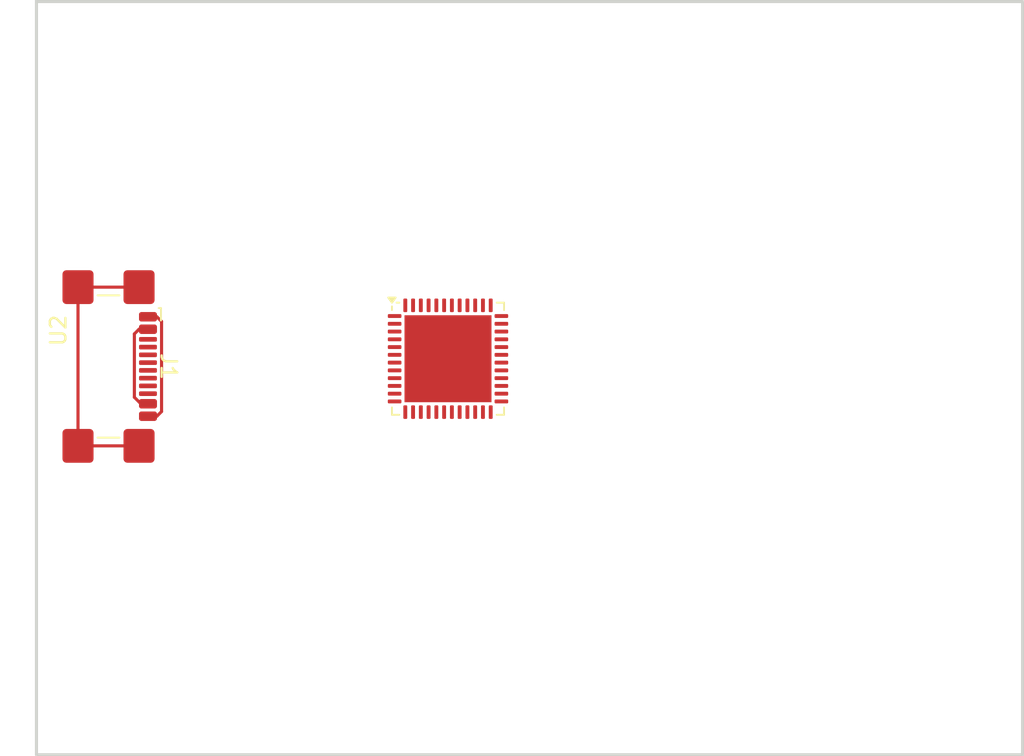
<source format=kicad_pcb>
(kicad_pcb (version 20240108) (generator "pcbnew") (generator_version "8.0")
  (layers (0 "F.Cu" signal) (31 "B.Cu" signal) (34 "B.Paste" user) (35 "F.Paste" user) (36 "B.SilkS" user "B.Silkscreen") (37 "F.SilkS" user "F.Silkscreen") (38 "B.Mask" user) (39 "F.Mask" user) (44 "Edge.Cuts" user))
  (net 0 "")
  (net 1 "unconnected-(J1-SHIELD-PadS1)")
  (net 2 "Net-(J1-VBUS-PadA4)")
  (net 6 "Net-(J1-GND-PadA1)")
  (footprint "Connector_USB:USB_C_Receptacle_GCT_USB4110" (layer "F.Cu") (at 124.5 100.5 -90)
    (property "Reference" "J1" (at 0 -5.015 -90) (layer "F.SilkS"))
    (property "Value" "USB_C_Receptacle_USB2.0_16P")
    (fp_line (start -4.58 -0.435) (end -4.58 -1.845) (stroke (width 0.12)) (layer "F.SilkS"))
    (fp_line (start 4.58 -0.435) (end 4.58 -1.845) (stroke (width 0.12)) (layer "F.SilkS"))
    (fp_line (start -3.76 -4.515) (end -3.76 -4.365) (stroke (width 0.12)) (layer "F.SilkS"))
    (fp_line (start -2.96 -4.515) (end -3.76 -4.515) (stroke (width 0.12)) (layer "F.SilkS"))
    (pad "" np_thru_hole circle (at -2.89 -2.605 270) (size 0.65 0.65) (drill 0.65) (layers "F&B.Cu" "*.Mask"))
    (pad "" np_thru_hole circle (at 2.89 -2.605 270) (size 0.65 0.65) (drill 0.65) (layers "F&B.Cu" "*.Mask"))
    (pad "A1" smd roundrect (at -3.2 -3.68 270) (size 0.6 1.15) (layers "F.Cu" "F.Paste" "F.Mask") (net 6 "Net-(J1-GND-PadA1)"))
    (pad "A4" smd roundrect (at -2.4 -3.68 270) (size 0.6 1.15) (layers "F.Cu" "F.Paste" "F.Mask") (net 2 "Net-(J1-VBUS-PadA4)"))
    (pad "A5" smd roundrect (at -1.25 -3.68 270) (size 0.3 1.15) (layers "F.Cu" "F.Paste" "F.Mask"))
    (pad "A6" smd roundrect (at -0.25 -3.68 270) (size 0.3 1.15) (layers "F.Cu" "F.Paste" "F.Mask"))
    (pad "A7" smd roundrect (at 0.25 -3.68 270) (size 0.3 1.15) (layers "F.Cu" "F.Paste" "F.Mask"))
    (pad "A8" smd roundrect (at 1.25 -3.68 270) (size 0.3 1.15) (layers "F.Cu" "F.Paste" "F.Mask"))
    (pad "A9" smd roundrect (at 2.4 -3.68 270) (size 0.6 1.15) (layers "F.Cu" "F.Paste" "F.Mask") (net 2 "Net-(J1-VBUS-PadA4)"))
    (pad "A12" smd roundrect (at 3.2 -3.68 270) (size 0.6 1.15) (layers "F.Cu" "F.Paste" "F.Mask") (net 6 "Net-(J1-GND-PadA1)"))
    (pad "B1" smd roundrect (at 3.2 -3.68 270) (size 0.6 1.15) (layers "F.Cu" "F.Paste" "F.Mask") (net 6 "Net-(J1-GND-PadA1)"))
    (pad "B4" smd roundrect (at 2.4 -3.68 270) (size 0.6 1.15) (layers "F.Cu" "F.Paste" "F.Mask") (net 2 "Net-(J1-VBUS-PadA4)"))
    (pad "B5" smd roundrect (at 1.75 -3.68 270) (size 0.3 1.15) (layers "F.Cu" "F.Paste" "F.Mask"))
    (pad "B6" smd roundrect (at 0.75 -3.68 270) (size 0.3 1.15) (layers "F.Cu" "F.Paste" "F.Mask"))
    (pad "B7" smd roundrect (at -0.75 -3.68 270) (size 0.3 1.15) (layers "F.Cu" "F.Paste" "F.Mask"))
    (pad "B8" smd roundrect (at -1.75 -3.68 270) (size 0.3 1.15) (layers "F.Cu" "F.Paste" "F.Mask"))
    (pad "B9" smd roundrect (at -2.4 -3.68 270) (size 0.6 1.15) (layers "F.Cu" "F.Paste" "F.Mask") (net 2 "Net-(J1-VBUS-PadA4)"))
    (pad "B12" smd roundrect (at -3.2 -3.68 270) (size 0.6 1.15) (layers "F.Cu" "F.Paste" "F.Mask") (net 6 "Net-(J1-GND-PadA1)"))
    (pad "S1" smd roundrect (at -5.11 -3.105 270) (size 2.18 2) (layers "F.Cu" "F.Paste" "F.Mask") (roundrect_rratio 0.125) (net 1 "unconnected-(J1-SHIELD-PadS1)"))
    (pad "S1" smd roundrect (at -5.11 0.825 270) (size 2.18 2) (layers "F.Cu" "F.Paste" "F.Mask") (roundrect_rratio 0.125) (net 1 "unconnected-(J1-SHIELD-PadS1)"))
    (pad "S1" smd roundrect (at 5.11 -3.105 270) (size 2.18 2) (layers "F.Cu" "F.Paste" "F.Mask") (roundrect_rratio 0.125) (net 1 "unconnected-(J1-SHIELD-PadS1)"))
    (pad "S1" smd roundrect (at 5.11 0.825 270) (size 2.18 2) (layers "F.Cu" "F.Paste" "F.Mask") (roundrect_rratio 0.125) (net 1 "unconnected-(J1-SHIELD-PadS1)"))
  )
  (footprint "Package_DFN_QFN:QFN-48-1EP_7x7mm_P0.5mm_EP5.6x5.6mm" (layer "F.Cu") (at 147.5 100)
    (property "Reference" "U2" (at -25.0925 -1.82 -90) (layer "F.SilkS"))
    (property "Value" "STM32G473CEUx")
    (fp_line (start -3.61 -3.135) (end -3.61 -3.37) (stroke (width 0.12)) (layer "F.SilkS"))
    (fp_line (start -3.61 3.61) (end -3.61 3.135) (stroke (width 0.12)) (layer "F.SilkS"))
    (fp_line (start -3.135 -3.61) (end -3.31 -3.61) (stroke (width 0.12)) (layer "F.SilkS"))
    (fp_line (start -3.135 3.61) (end -3.61 3.61) (stroke (width 0.12)) (layer "F.SilkS"))
    (fp_line (start 3.135 -3.61) (end 3.61 -3.61) (stroke (width 0.12)) (layer "F.SilkS"))
    (fp_line (start 3.135 3.61) (end 3.61 3.61) (stroke (width 0.12)) (layer "F.SilkS"))
    (fp_line (start 3.61 -3.61) (end 3.61 -3.135) (stroke (width 0.12)) (layer "F.SilkS"))
    (fp_line (start 3.61 3.61) (end 3.61 3.135) (stroke (width 0.12)) (layer "F.SilkS"))
    (fp_poly (pts (xy -3.61 -3.61) (xy -3.85 -3.94) (xy -3.37 -3.94) (xy -3.61 -3.61)) (stroke (width 0.12)) (fill solid) (layer "F.SilkS"))
    (pad "1" smd roundrect (at -3.4375 -2.75) (size 0.875 0.25) (layers "F.Cu" "F.Paste" "F.Mask"))
    (pad "2" smd roundrect (at -3.4375 -2.25) (size 0.875 0.25) (layers "F.Cu" "F.Paste" "F.Mask"))
    (pad "3" smd roundrect (at -3.4375 -1.75) (size 0.875 0.25) (layers "F.Cu" "F.Paste" "F.Mask"))
    (pad "4" smd roundrect (at -3.4375 -1.25) (size 0.875 0.25) (layers "F.Cu" "F.Paste" "F.Mask"))
    (pad "5" smd roundrect (at -3.4375 -0.75) (size 0.875 0.25) (layers "F.Cu" "F.Paste" "F.Mask"))
    (pad "6" smd roundrect (at -3.4375 -0.25) (size 0.875 0.25) (layers "F.Cu" "F.Paste" "F.Mask"))
    (pad "7" smd roundrect (at -3.4375 0.25) (size 0.875 0.25) (layers "F.Cu" "F.Paste" "F.Mask"))
    (pad "8" smd roundrect (at -3.4375 0.75) (size 0.875 0.25) (layers "F.Cu" "F.Paste" "F.Mask"))
    (pad "9" smd roundrect (at -3.4375 1.25) (size 0.875 0.25) (layers "F.Cu" "F.Paste" "F.Mask"))
    (pad "10" smd roundrect (at -3.4375 1.75) (size 0.875 0.25) (layers "F.Cu" "F.Paste" "F.Mask"))
    (pad "11" smd roundrect (at -3.4375 2.25) (size 0.875 0.25) (layers "F.Cu" "F.Paste" "F.Mask"))
    (pad "12" smd roundrect (at -3.4375 2.75) (size 0.875 0.25) (layers "F.Cu" "F.Paste" "F.Mask"))
    (pad "13" smd roundrect (at -2.75 3.4375) (size 0.25 0.875) (layers "F.Cu" "F.Paste" "F.Mask"))
    (pad "14" smd roundrect (at -2.25 3.4375) (size 0.25 0.875) (layers "F.Cu" "F.Paste" "F.Mask"))
    (pad "15" smd roundrect (at -1.75 3.4375) (size 0.25 0.875) (layers "F.Cu" "F.Paste" "F.Mask"))
    (pad "16" smd roundrect (at -1.25 3.4375) (size 0.25 0.875) (layers "F.Cu" "F.Paste" "F.Mask"))
    (pad "17" smd roundrect (at -0.75 3.4375) (size 0.25 0.875) (layers "F.Cu" "F.Paste" "F.Mask"))
    (pad "18" smd roundrect (at -0.25 3.4375) (size 0.25 0.875) (layers "F.Cu" "F.Paste" "F.Mask"))
    (pad "19" smd roundrect (at 0.25 3.4375) (size 0.25 0.875) (layers "F.Cu" "F.Paste" "F.Mask"))
    (pad "20" smd roundrect (at 0.75 3.4375) (size 0.25 0.875) (layers "F.Cu" "F.Paste" "F.Mask"))
    (pad "21" smd roundrect (at 1.25 3.4375) (size 0.25 0.875) (layers "F.Cu" "F.Paste" "F.Mask"))
    (pad "22" smd roundrect (at 1.75 3.4375) (size 0.25 0.875) (layers "F.Cu" "F.Paste" "F.Mask"))
    (pad "23" smd roundrect (at 2.25 3.4375) (size 0.25 0.875) (layers "F.Cu" "F.Paste" "F.Mask"))
    (pad "24" smd roundrect (at 2.75 3.4375) (size 0.25 0.875) (layers "F.Cu" "F.Paste" "F.Mask"))
    (pad "25" smd roundrect (at 3.4375 2.75) (size 0.875 0.25) (layers "F.Cu" "F.Paste" "F.Mask"))
    (pad "26" smd roundrect (at 3.4375 2.25) (size 0.875 0.25) (layers "F.Cu" "F.Paste" "F.Mask"))
    (pad "27" smd roundrect (at 3.4375 1.75) (size 0.875 0.25) (layers "F.Cu" "F.Paste" "F.Mask"))
    (pad "28" smd roundrect (at 3.4375 1.25) (size 0.875 0.25) (layers "F.Cu" "F.Paste" "F.Mask"))
    (pad "29" smd roundrect (at 3.4375 0.75) (size 0.875 0.25) (layers "F.Cu" "F.Paste" "F.Mask"))
    (pad "30" smd roundrect (at 3.4375 0.25) (size 0.875 0.25) (layers "F.Cu" "F.Paste" "F.Mask"))
    (pad "31" smd roundrect (at 3.4375 -0.25) (size 0.875 0.25) (layers "F.Cu" "F.Paste" "F.Mask"))
    (pad "32" smd roundrect (at 3.4375 -0.75) (size 0.875 0.25) (layers "F.Cu" "F.Paste" "F.Mask"))
    (pad "33" smd roundrect (at 3.4375 -1.25) (size 0.875 0.25) (layers "F.Cu" "F.Paste" "F.Mask"))
    (pad "34" smd roundrect (at 3.4375 -1.75) (size 0.875 0.25) (layers "F.Cu" "F.Paste" "F.Mask"))
    (pad "35" smd roundrect (at 3.4375 -2.25) (size 0.875 0.25) (layers "F.Cu" "F.Paste" "F.Mask"))
    (pad "36" smd roundrect (at 3.4375 -2.75) (size 0.875 0.25) (layers "F.Cu" "F.Paste" "F.Mask"))
    (pad "37" smd roundrect (at 2.75 -3.4375) (size 0.25 0.875) (layers "F.Cu" "F.Paste" "F.Mask"))
    (pad "38" smd roundrect (at 2.25 -3.4375) (size 0.25 0.875) (layers "F.Cu" "F.Paste" "F.Mask"))
    (pad "39" smd roundrect (at 1.75 -3.4375) (size 0.25 0.875) (layers "F.Cu" "F.Paste" "F.Mask"))
    (pad "40" smd roundrect (at 1.25 -3.4375) (size 0.25 0.875) (layers "F.Cu" "F.Paste" "F.Mask"))
    (pad "41" smd roundrect (at 0.75 -3.4375) (size 0.25 0.875) (layers "F.Cu" "F.Paste" "F.Mask"))
    (pad "42" smd roundrect (at 0.25 -3.4375) (size 0.25 0.875) (layers "F.Cu" "F.Paste" "F.Mask"))
    (pad "43" smd roundrect (at -0.25 -3.4375) (size 0.25 0.875) (layers "F.Cu" "F.Paste" "F.Mask"))
    (pad "44" smd roundrect (at -0.75 -3.4375) (size 0.25 0.875) (layers "F.Cu" "F.Paste" "F.Mask"))
    (pad "45" smd roundrect (at -1.25 -3.4375) (size 0.25 0.875) (layers "F.Cu" "F.Paste" "F.Mask"))
    (pad "46" smd roundrect (at -1.75 -3.4375) (size 0.25 0.875) (layers "F.Cu" "F.Paste" "F.Mask"))
    (pad "47" smd roundrect (at -2.25 -3.4375) (size 0.25 0.875) (layers "F.Cu" "F.Paste" "F.Mask"))
    (pad "48" smd roundrect (at -2.75 -3.4375) (size 0.25 0.875) (layers "F.Cu" "F.Paste" "F.Mask"))
    (pad "49" smd rect (at 0 0) (size 5.6 5.6) (property pad_prop_heatsink) (layers "F.Cu" "F.Mask"))
  )
  (gr_rect (start 121 77) (end 184.5 125.5) (stroke (width 0.2)) (fill none) (layer "Edge.Cuts"))
  (segment (start 123.675 95.39) (end 127.605 95.39) (width 0.2) (layer "F.Cu") (net 1))
  (segment (start 123.675 105.61) (end 127.605 105.61) (width 0.2) (layer "F.Cu") (net 1))
  (segment (start 123.675 105.61) (end 123.675 95.39) (width 0.2) (layer "F.Cu") (net 1))
  (segment (start 128.18 98.1) (end 127.605001 98.1) (width 0.2) (layer "F.Cu") (net 2))
  (segment (start 127.305 102.48241) (end 127.72259 102.9) (width 0.2) (layer "F.Cu") (net 2))
  (segment (start 127.72259 102.9) (end 128.18 102.9) (width 0.2) (layer "F.Cu") (net 2))
  (segment (start 127.605001 98.1) (end 127.305 98.400001) (width 0.2) (layer "F.Cu") (net 2))
  (segment (start 127.305 98.400001) (end 127.305 102.48241) (width 0.2) (layer "F.Cu") (net 2))
  (segment (start 128.754999 97.3) (end 129.055 97.600001) (width 0.2) (layer "F.Cu") (net 6))
  (segment (start 129.055 97.600001) (end 129.055 103.399999) (width 0.2) (layer "F.Cu") (net 6))
  (segment (start 129.055 103.399999) (end 128.754999 103.7) (width 0.2) (layer "F.Cu") (net 6))
  (segment (start 128.754999 103.7) (end 128.18 103.7) (width 0.2) (layer "F.Cu") (net 6))
  (segment (start 128.18 97.3) (end 128.754999 97.3) (width 0.2) (layer "F.Cu") (net 6))
)
</source>
